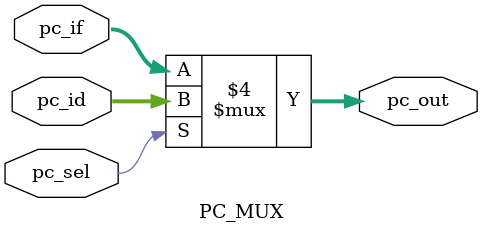
<source format=v>
module PC_MUX (

input wire [31:0] pc_if,

input wire [31:0] pc_id,

input wire pc_sel,

output reg [31:0] pc_out

);

always @(pc_sel or pc_if or pc_if)

begin

if (pc_sel == 1'b0)
    pc_out = pc_if;

else
pc_out = pc_id;

end

endmodule



</source>
